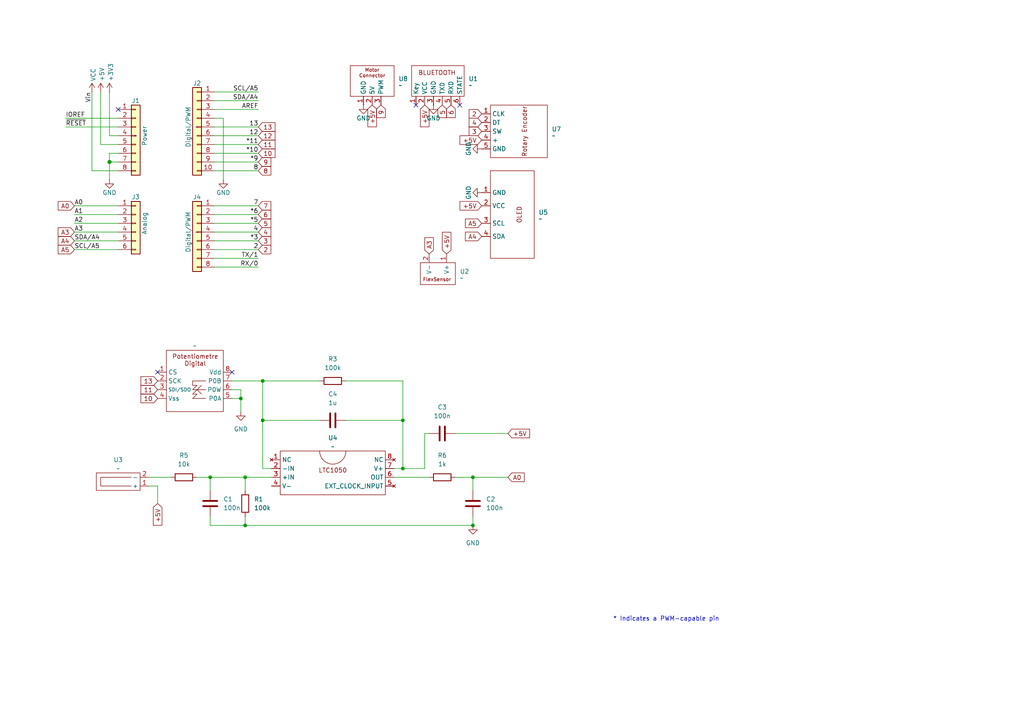
<source format=kicad_sch>
(kicad_sch (version 20250114) (generator "eeschema") (generator_version "9.0")
  (paper "A4")
  (title_block (date "mar. 31 mars 2015"))
  (lib_symbols
    (symbol "Connector_Generic:Conn_01x06" (pin_names (offset 1.016) (hide yes))
      (property "Reference" "J" (at 0 7.62 0))
      (property "Value" "Conn_01x06" (at 0 -10.16 0))
      (symbol "Conn_01x06_1_1"
        (rectangle (start -1.27 6.35) (end 1.27 -8.89) (stroke (width 0.254)) (fill (type background)))
        (rectangle (start -1.27 5.207) (end 0 4.953) (stroke (width 0.1524)))
        (rectangle (start -1.27 2.667) (end 0 2.413) (stroke (width 0.1524)))
        (rectangle (start -1.27 0.127) (end 0 -0.127) (stroke (width 0.1524)))
        (rectangle (start -1.27 -2.413) (end 0 -2.667) (stroke (width 0.1524)))
        (rectangle (start -1.27 -4.953) (end 0 -5.207) (stroke (width 0.1524)))
        (rectangle (start -1.27 -7.493) (end 0 -7.747) (stroke (width 0.1524)))
        (pin passive line (at -5.08 5.08 0) (length 3.81) (name "Pin_1") (number "1"))
        (pin passive line (at -5.08 2.54 0) (length 3.81) (name "Pin_2") (number "2"))
        (pin passive line (at -5.08 0 0) (length 3.81) (name "Pin_3") (number "3"))
        (pin passive line (at -5.08 -2.54 0) (length 3.81) (name "Pin_4") (number "4"))
        (pin passive line (at -5.08 -5.08 0) (length 3.81) (name "Pin_5") (number "5"))
        (pin passive line (at -5.08 -7.62 0) (length 3.81) (name "Pin_6") (number "6"))
      )
    )
    (symbol "Connector_Generic:Conn_01x08" (pin_names (offset 1.016) (hide yes))
      (property "Reference" "J" (at 0 10.16 0))
      (property "Value" "Conn_01x08" (at 0 -12.7 0))
      (symbol "Conn_01x08_1_1"
        (rectangle (start -1.27 8.89) (end 1.27 -11.43) (stroke (width 0.254)) (fill (type background)))
        (rectangle (start -1.27 7.747) (end 0 7.493) (stroke (width 0.1524)))
        (rectangle (start -1.27 5.207) (end 0 4.953) (stroke (width 0.1524)))
        (rectangle (start -1.27 2.667) (end 0 2.413) (stroke (width 0.1524)))
        (rectangle (start -1.27 0.127) (end 0 -0.127) (stroke (width 0.1524)))
        (rectangle (start -1.27 -2.413) (end 0 -2.667) (stroke (width 0.1524)))
        (rectangle (start -1.27 -4.953) (end 0 -5.207) (stroke (width 0.1524)))
        (rectangle (start -1.27 -7.493) (end 0 -7.747) (stroke (width 0.1524)))
        (rectangle (start -1.27 -10.033) (end 0 -10.287) (stroke (width 0.1524)))
        (pin passive line (at -5.08 7.62 0) (length 3.81) (name "Pin_1") (number "1"))
        (pin passive line (at -5.08 5.08 0) (length 3.81) (name "Pin_2") (number "2"))
        (pin passive line (at -5.08 2.54 0) (length 3.81) (name "Pin_3") (number "3"))
        (pin passive line (at -5.08 0 0) (length 3.81) (name "Pin_4") (number "4"))
        (pin passive line (at -5.08 -2.54 0) (length 3.81) (name "Pin_5") (number "5"))
        (pin passive line (at -5.08 -5.08 0) (length 3.81) (name "Pin_6") (number "6"))
        (pin passive line (at -5.08 -7.62 0) (length 3.81) (name "Pin_7") (number "7"))
        (pin passive line (at -5.08 -10.16 0) (length 3.81) (name "Pin_8") (number "8"))
      )
    )
    (symbol "Connector_Generic:Conn_01x10" (pin_names (offset 1.016) (hide yes))
      (property "Reference" "J" (at 0 12.7 0))
      (property "Value" "Conn_01x10" (at 0 -15.24 0))
      (symbol "Conn_01x10_1_1"
        (rectangle (start -1.27 11.43) (end 1.27 -13.97) (stroke (width 0.254)) (fill (type background)))
        (rectangle (start -1.27 10.287) (end 0 10.033) (stroke (width 0.1524)))
        (rectangle (start -1.27 7.747) (end 0 7.493) (stroke (width 0.1524)))
        (rectangle (start -1.27 5.207) (end 0 4.953) (stroke (width 0.1524)))
        (rectangle (start -1.27 2.667) (end 0 2.413) (stroke (width 0.1524)))
        (rectangle (start -1.27 0.127) (end 0 -0.127) (stroke (width 0.1524)))
        (rectangle (start -1.27 -2.413) (end 0 -2.667) (stroke (width 0.1524)))
        (rectangle (start -1.27 -4.953) (end 0 -5.207) (stroke (width 0.1524)))
        (rectangle (start -1.27 -7.493) (end 0 -7.747) (stroke (width 0.1524)))
        (rectangle (start -1.27 -10.033) (end 0 -10.287) (stroke (width 0.1524)))
        (rectangle (start -1.27 -12.573) (end 0 -12.827) (stroke (width 0.1524)))
        (pin passive line (at -5.08 10.16 0) (length 3.81) (name "Pin_1") (number "1"))
        (pin passive line (at -5.08 7.62 0) (length 3.81) (name "Pin_2") (number "2"))
        (pin passive line (at -5.08 5.08 0) (length 3.81) (name "Pin_3") (number "3"))
        (pin passive line (at -5.08 2.54 0) (length 3.81) (name "Pin_4") (number "4"))
        (pin passive line (at -5.08 0 0) (length 3.81) (name "Pin_5") (number "5"))
        (pin passive line (at -5.08 -2.54 0) (length 3.81) (name "Pin_6") (number "6"))
        (pin passive line (at -5.08 -5.08 0) (length 3.81) (name "Pin_7") (number "7"))
        (pin passive line (at -5.08 -7.62 0) (length 3.81) (name "Pin_8") (number "8"))
        (pin passive line (at -5.08 -10.16 0) (length 3.81) (name "Pin_9") (number "9"))
        (pin passive line (at -5.08 -12.7 0) (length 3.81) (name "Pin_10") (number "10"))
      )
    )
    (symbol "Device:C" (pin_numbers (hide yes)) (pin_names (offset 0.254))
      (property "Reference" "C" (at 0.635 2.54 0))
      (property "Value" "C" (at 0.635 -2.54 0))
      (symbol "C_0_1"
        (polyline (pts (xy -2.032 0.762) (xy 2.032 0.762)) (stroke (width 0.508)))
        (polyline (pts (xy -2.032 -0.762) (xy 2.032 -0.762)) (stroke (width 0.508)))
      )
      (symbol "C_1_1"
        (pin passive line (at 0 3.81 270) (length 2.794) (name "~") (number "1"))
        (pin passive line (at 0 -3.81 90) (length 2.794) (name "~") (number "2"))
      )
    )
    (symbol "Device:R" (pin_numbers (hide yes)) (pin_names (offset 0))
      (property "Reference" "R" (at 2.032 0 90))
      (property "Value" "R" (at 0 0 90))
      (symbol "R_0_1"
        (rectangle (start -1.016 -2.54) (end 1.016 2.54) (stroke (width 0.254)))
      )
      (symbol "R_1_1"
        (pin passive line (at 0 3.81 270) (length 1.27) (name "~") (number "1"))
        (pin passive line (at 0 -3.81 90) (length 1.27) (name "~") (number "2"))
      )
    )
    (symbol "Projet_Capteur_Librairie_Symbole:Symbole_Bluetooth"
      (property "Reference" "U" (at 0 11.43 0))
      (symbol "Symbole_Bluetooth_0_1"
        (rectangle (start -7.62 13.97) (end 7.62 5.08))
      )
      (symbol "Symbole_Bluetooth_1_1"
        (text "BLUETOOTH\n" (at -0.254 11.938 0) (effects (font (size 1.27 1.27))))
        (pin input line (at -6.35 2.54 90) (length 2.54) (name "Key") (number "1"))
        (pin input line (at -3.81 2.54 90) (length 2.54) (name "VCC") (number "2"))
        (pin input line (at -1.27 2.54 90) (length 2.54) (name "GND") (number "3"))
        (pin output line (at 1.27 2.54 90) (length 2.54) (name "TXD") (number "4"))
        (pin input line (at 3.81 2.54 90) (length 2.54) (name "RXD") (number "5"))
        (pin output line (at 6.35 2.54 90) (length 2.54) (name "STATE") (number "6"))
      )
    )
    (symbol "Projet_Capteur_Librairie_Symbole:Symbole_ConnectorMotor"
      (property "Reference" "U" (at 0 0 0))
      (symbol "Symbole_ConnectorMotor_0_1"
        (rectangle (start -6.35 8.89) (end 6.35 0))
      )
      (symbol "Symbole_ConnectorMotor_1_1"
        (text "Motor\nConnector" (at 0 6.858 0) (effects (font (size 1 1))))
        (pin input line (at -2.54 -2.54 90) (length 2.54) (name "GND") (number "1"))
        (pin input line (at 0 -2.54 90) (length 2.54) (name "5V") (number "2"))
        (pin input line (at 2.54 -2.54 90) (length 2.54) (name "PWM") (number "3"))
      )
    )
    (symbol "Projet_Capteur_Librairie_Symbole:Symbole_FlexSensor"
      (property "Reference" "U" (at 0 0 0))
      (symbol "Symbole_FlexSensor_0_1"
        (rectangle (start -5.08 8.89) (end 5.08 2.54))
      )
      (symbol "Symbole_FlexSensor_1_1"
        (text "FlexSensor" (at 0.254 7.366 0) (effects (font (size 1 1))))
        (pin input line (at -2.54 0 90) (length 2.54) (name "V+") (number "1"))
        (pin output line (at 2.54 0 90) (length 2.54) (name "V-") (number "2"))
      )
    )
    (symbol "Projet_Capteur_Librairie_Symbole:Symbole_Graphite_Sensor"
      (property "Reference" "U" (at 0 3.81 0))
      (symbol "Symbole_Graphite_Sensor_0_1"
        (rectangle (start -2.54 12.7) (end 2.54 0))
        (polyline (pts (xy -1.27 2.54) (xy -1.27 11.43) (xy 1.27 11.43) (xy 1.27 2.54)))
      )
      (symbol "Symbole_Graphite_Sensor_1_1"
        (pin input line (at -1.27 -2.54 90) (length 2.54) (name "+") (number "1"))
        (pin input line (at 1.27 -2.54 90) (length 2.54) (name "-") (number "2"))
      )
    )
    (symbol "Projet_Capteur_Librairie_Symbole:Symbole_LTC1050"
      (property "Reference" "U" (at 0 -2.794 0))
      (symbol "Symbole_LTC1050_0_1"
        (rectangle (start -15.24 5.08) (end 15.24 -7.62))
        (arc (start 3.81 5.08) (mid 0 1.27) (end -3.81 5.08))
      )
      (symbol "Symbole_LTC1050_1_1"
        (text "LTC1050" (at 0 -0.508 0) (effects (font (size 1.27 1.27))))
        (pin no_connect line (at -17.78 2.54 0) (length 2.54) (name "NC") (number "1"))
        (pin input line (at -17.78 0 0) (length 2.54) (name "-IN") (number "2"))
        (pin input line (at -17.78 -2.54 0) (length 2.54) (name "+IN") (number "3"))
        (pin input line (at -17.78 -5.08 0) (length 2.54) (name "V-") (number "4"))
        (pin no_connect line (at 17.78 2.54 180) (length 2.54) (name "NC") (number "8"))
        (pin input line (at 17.78 0 180) (length 2.54) (name "V+") (number "7"))
        (pin output line (at 17.78 -2.54 180) (length 2.54) (name "OUT") (number "6"))
        (pin no_connect line (at 17.78 -5.08 180) (length 2.54) (name "EXT_CLOCK_INPUT") (number "5"))
      )
    )
    (symbol "Projet_Capteur_Librairie_Symbole:Symbole_OLED"
      (property "Reference" "U" (at 0 5.08 0))
      (symbol "Symbole_OLED_0_1"
        (rectangle (start -12.7 12.7) (end 12.7 0))
      )
      (symbol "Symbole_OLED_1_1"
        (text "OLED" (at 0 8.382 0) (effects (font (size 1.27 1.27))))
        (pin input line (at -6.35 -2.54 90) (length 2.54) (name "GND") (number "1"))
        (pin input line (at -2.54 -2.54 90) (length 2.54) (name "VCC") (number "2"))
        (pin input line (at 2.54 -2.54 90) (length 2.54) (name "SCL") (number "3"))
        (pin input line (at 6.35 -2.54 90) (length 2.54) (name "SDA") (number "4"))
      )
    )
    (symbol "Projet_Capteur_Librairie_Symbole:Symbole_PotentiometreDigital"
      (symbol "Symbole_PotentiometreDigital_0_1"
        (rectangle (start -8.89 10.16) (end 7.62 -7.62))
        (polyline (pts (xy 2.54 1.27) (xy 0 1.27) (xy -1.27 1.27) (xy -1.27 0) (xy 0 0) (xy -1.27 -1.27) (xy 0 -1.27) (xy -1.27 -2.54) (xy 0 -2.54) (xy -1.27 -3.81) (xy 2.54 -3.81)))
        (polyline (pts (xy 2.54 -1.27) (xy 0 -1.27) (xy 1.27 0) (xy 0 -1.27) (xy 1.27 -2.54)))
      )
      (symbol "Symbole_PotentiometreDigital_1_1"
        (text "Potentiometre\nDigital" (at -0.508 7.366 0) (effects (font (size 1.27 1.27))))
        (pin bidirectional line (at -11.43 3.81 0) (length 2.54) (name "CS") (number "1"))
        (pin bidirectional line (at -11.43 1.27 0) (length 2.54) (name "SCK") (number "2"))
        (pin bidirectional line (at -11.43 -1.27 0) (length 2.54) (name "SDI/SDO") (number "3"))
        (pin bidirectional line (at -11.43 -3.81 0) (length 2.54) (name "Vss") (number "4"))
        (pin bidirectional line (at 10.16 3.81 180) (length 2.54) (name "Vdd") (number "8"))
        (pin bidirectional line (at 10.16 1.27 180) (length 2.54) (name "P0B") (number "7"))
        (pin bidirectional line (at 10.16 -1.27 180) (length 2.54) (name "P0W") (number "6"))
        (pin bidirectional line (at 10.16 -3.81 180) (length 2.54) (name "P0A") (number "5"))
      )
    )
    (symbol "Projet_Capteur_Librairie_Symbole:Symbole_RotaryEncoder"
      (property "Reference" "U" (at 0 12.446 0))
      (symbol "Symbole_RotaryEncoder_0_1"
        (rectangle (start -7.62 16.51) (end 7.62 0))
      )
      (symbol "Symbole_RotaryEncoder_1_1"
        (text "Rotary Encoder" (at 0 9.906 0) (effects (font (size 1.27 1.27))))
        (pin input line (at -5.08 -2.54 90) (length 2.54) (name "CLK") (number "1"))
        (pin input line (at -2.54 -2.54 90) (length 2.54) (name "DT") (number "2"))
        (pin input line (at 0 -2.54 90) (length 2.54) (name "SW") (number "3"))
        (pin input line (at 2.54 -2.54 90) (length 2.54) (name "+") (number "4"))
        (pin input line (at 5.08 -2.54 90) (length 2.54) (name "GND") (number "5"))
      )
    )
    (symbol "power:+3V3" (power) (pin_numbers (hide yes)) (pin_names (offset 0) (hide yes))
      (property "Value" "+3V3" (at 0 3.556 0))
      (symbol "+3V3_0_1"
        (polyline (pts (xy -0.762 1.27) (xy 0 2.54)))
        (polyline (pts (xy 0 2.54) (xy 0.762 1.27)))
        (polyline (pts (xy 0 0) (xy 0 2.54)))
      )
      (symbol "+3V3_1_1"
        (pin power_in line (at 0 0 90) (length 0) (name "~") (number "1"))
      )
    )
    (symbol "power:+5V" (power) (pin_numbers (hide yes)) (pin_names (offset 0) (hide yes))
      (property "Value" "+5V" (at 0 3.556 0))
      (symbol "+5V_0_1"
        (polyline (pts (xy -0.762 1.27) (xy 0 2.54)))
        (polyline (pts (xy 0 2.54) (xy 0.762 1.27)))
        (polyline (pts (xy 0 0) (xy 0 2.54)))
      )
      (symbol "+5V_1_1"
        (pin power_in line (at 0 0 90) (length 0) (name "~") (number "1"))
      )
    )
    (symbol "power:GND" (power) (pin_numbers (hide yes)) (pin_names (offset 0) (hide yes))
      (property "Value" "GND" (at 0 -3.81 0))
      (symbol "GND_0_1"
        (polyline (pts (xy 0 0) (xy 0 -1.27) (xy 1.27 -1.27) (xy 0 -2.54) (xy -1.27 -1.27) (xy 0 -1.27)))
      )
      (symbol "GND_1_1"
        (pin power_in line (at 0 0 270) (length 0) (name "~") (number "1"))
      )
    )
    (symbol "power:VCC" (power) (pin_numbers (hide yes)) (pin_names (offset 0) (hide yes))
      (property "Value" "VCC" (at 0 3.556 0))
      (symbol "VCC_0_1"
        (polyline (pts (xy -0.762 1.27) (xy 0 2.54)))
        (polyline (pts (xy 0 2.54) (xy 0.762 1.27)))
        (polyline (pts (xy 0 0) (xy 0 2.54)))
      )
      (symbol "VCC_1_1"
        (pin power_in line (at 0 0 90) (length 0) (name "~") (number "1"))
      )
    )
  )
  (text "* Indicates a PWM-capable pin" (at 177.8 180.34 0) (effects (font (size 1.27 1.27)) (justify left bottom)))
  (junction (at 69.85 115.57))
  (junction (at 116.84 121.92))
  (junction (at 31.75 46.99) (diameter 1.016))
  (junction (at 76.2 110.49))
  (junction (at 60.96 138.43))
  (junction (at 71.12 138.43))
  (junction (at 116.84 135.89))
  (junction (at 137.16 152.4))
  (junction (at 71.12 152.4))
  (junction (at 76.2 121.92))
  (junction (at 137.16 138.43))
  (no_connect (at 45.72 107.95))
  (no_connect (at 67.31 107.95))
  (no_connect (at 34.29 31.75))
  (no_connect (at 120.65 30.48))
  (no_connect (at 133.35 30.48))
  (wire (pts (xy 62.23 77.47) (xy 74.93 77.47)))
  (wire (pts (xy 116.84 110.49) (xy 116.84 121.92)))
  (wire (pts (xy 62.23 44.45) (xy 74.93 44.45)))
  (wire (pts (xy 116.84 135.89) (xy 123.19 135.89)))
  (wire (pts (xy 62.23 26.67) (xy 74.93 26.67)))
  (wire (pts (xy 67.31 113.03) (xy 69.85 113.03)))
  (wire (pts (xy 76.2 110.49) (xy 76.2 121.92)))
  (wire (pts (xy 31.75 44.45) (xy 31.75 46.99)))
  (wire (pts (xy 123.19 125.73) (xy 123.19 135.89)))
  (wire (pts (xy 21.59 72.39) (xy 34.29 72.39)))
  (wire (pts (xy 57.15 138.43) (xy 60.96 138.43)))
  (wire (pts (xy 43.18 138.43) (xy 49.53 138.43)))
  (wire (pts (xy 132.08 138.43) (xy 137.16 138.43)))
  (wire (pts (xy 31.75 46.99) (xy 31.75 52.07)))
  (wire (pts (xy 31.75 39.37) (xy 34.29 39.37)))
  (wire (pts (xy 29.21 41.91) (xy 34.29 41.91)))
  (wire (pts (xy 137.16 149.86) (xy 137.16 152.4)))
  (wire (pts (xy 29.21 26.67) (xy 29.21 41.91)))
  (wire (pts (xy 62.23 36.83) (xy 74.93 36.83)))
  (wire (pts (xy 114.3 138.43) (xy 124.46 138.43)))
  (wire (pts (xy 31.75 26.67) (xy 31.75 39.37)))
  (wire (pts (xy 62.23 59.69) (xy 74.93 59.69)))
  (wire (pts (xy 71.12 138.43) (xy 78.74 138.43)))
  (wire (pts (xy 78.74 135.89) (xy 76.2 135.89)))
  (wire (pts (xy 34.29 59.69) (xy 21.59 59.69)))
  (wire (pts (xy 67.31 110.49) (xy 76.2 110.49)))
  (wire (pts (xy 62.23 39.37) (xy 74.93 39.37)))
  (wire (pts (xy 132.08 125.73) (xy 147.32 125.73)))
  (wire (pts (xy 62.23 62.23) (xy 74.93 62.23)))
  (wire (pts (xy 62.23 46.99) (xy 74.93 46.99)))
  (wire (pts (xy 60.96 152.4) (xy 71.12 152.4)))
  (wire (pts (xy 62.23 67.31) (xy 74.93 67.31)))
  (wire (pts (xy 19.05 34.29) (xy 34.29 34.29)))
  (wire (pts (xy 116.84 121.92) (xy 116.84 135.89)))
  (wire (pts (xy 100.33 110.49) (xy 116.84 110.49)))
  (wire (pts (xy 64.77 34.29) (xy 64.77 52.07)))
  (wire (pts (xy 100.33 121.92) (xy 116.84 121.92)))
  (wire (pts (xy 62.23 31.75) (xy 74.93 31.75)))
  (wire (pts (xy 45.72 140.97) (xy 45.72 146.05)))
  (wire (pts (xy 43.18 140.97) (xy 45.72 140.97)))
  (wire (pts (xy 60.96 149.86) (xy 60.96 152.4)))
  (wire (pts (xy 114.3 135.89) (xy 116.84 135.89)))
  (wire (pts (xy 34.29 64.77) (xy 21.59 64.77)))
  (wire (pts (xy 19.05 36.83) (xy 34.29 36.83)))
  (wire (pts (xy 34.29 46.99) (xy 31.75 46.99)))
  (wire (pts (xy 60.96 138.43) (xy 71.12 138.43)))
  (wire (pts (xy 71.12 149.86) (xy 71.12 152.4)))
  (wire (pts (xy 124.46 125.73) (xy 123.19 125.73)))
  (wire (pts (xy 71.12 152.4) (xy 137.16 152.4)))
  (wire (pts (xy 34.29 49.53) (xy 26.67 49.53)))
  (wire (pts (xy 21.59 62.23) (xy 34.29 62.23)))
  (wire (pts (xy 67.31 115.57) (xy 69.85 115.57)))
  (wire (pts (xy 62.23 34.29) (xy 64.77 34.29)))
  (wire (pts (xy 137.16 138.43) (xy 147.32 138.43)))
  (wire (pts (xy 34.29 44.45) (xy 31.75 44.45)))
  (wire (pts (xy 62.23 41.91) (xy 74.93 41.91)))
  (wire (pts (xy 69.85 113.03) (xy 69.85 115.57)))
  (wire (pts (xy 60.96 138.43) (xy 60.96 142.24)))
  (wire (pts (xy 62.23 64.77) (xy 74.93 64.77)))
  (wire (pts (xy 71.12 138.43) (xy 71.12 142.24)))
  (wire (pts (xy 21.59 67.31) (xy 34.29 67.31)))
  (wire (pts (xy 137.16 138.43) (xy 137.16 142.24)))
  (wire (pts (xy 69.85 115.57) (xy 69.85 119.38)))
  (wire (pts (xy 76.2 121.92) (xy 92.71 121.92)))
  (wire (pts (xy 62.23 29.21) (xy 74.93 29.21)))
  (wire (pts (xy 76.2 135.89) (xy 76.2 121.92)))
  (wire (pts (xy 62.23 72.39) (xy 74.93 72.39)))
  (wire (pts (xy 62.23 69.85) (xy 74.93 69.85)))
  (wire (pts (xy 92.71 110.49) (xy 76.2 110.49)))
  (wire (pts (xy 62.23 74.93) (xy 74.93 74.93)))
  (wire (pts (xy 26.67 49.53) (xy 26.67 26.67)))
  (wire (pts (xy 34.29 69.85) (xy 21.59 69.85)))
  (wire (pts (xy 62.23 49.53) (xy 74.93 49.53)))
  (label "RX{slash}0" (at 74.93 77.47 180))
  (label "A2" (at 21.59 64.77 0))
  (label "4" (at 74.93 67.31 180))
  (label "2" (at 74.93 72.39 180))
  (label "A3" (at 21.59 67.31 0))
  (label "13" (at 74.93 36.83 180))
  (label "12" (at 74.93 39.37 180))
  (label "~{RESET}" (at 19.05 36.83 0))
  (label "*10" (at 74.93 44.45 180))
  (label "7" (at 74.93 59.69 180))
  (label "SDA{slash}A4" (at 74.93 29.21 180))
  (label "8" (at 74.93 49.53 180))
  (label "*11" (at 74.93 41.91 180))
  (label "*3" (at 74.93 69.85 180))
  (label "A1" (at 21.59 62.23 0))
  (label "TX{slash}1" (at 74.93 74.93 180))
  (label "A0" (at 21.59 59.69 0))
  (label "AREF" (at 74.93 31.75 180))
  (label "Vin" (at 26.67 26.67 270))
  (label "*6" (at 74.93 62.23 180))
  (label "SCL{slash}A5" (at 74.93 26.67 180))
  (label "*9" (at 74.93 46.99 180))
  (label "*5" (at 74.93 64.77 180))
  (label "IOREF" (at 19.05 34.29 0))
  (label "SDA{slash}A4" (at 21.59 69.85 0))
  (label "SCL{slash}A5" (at 21.59 72.39 0))
  (global_label "6" (shape input) (at 74.93 62.23 0) (property "Intersheetrefs" "${INTERSHEET_REFS}" (effects (hide yes))))
  (global_label "9" (shape input) (at 110.49 30.48 270) (property "Intersheetrefs" "${INTERSHEET_REFS}" (effects (hide yes))))
  (global_label "A0" (shape input) (at 21.59 59.69 180) (property "Intersheetrefs" "${INTERSHEET_REFS}" (effects (hide yes))))
  (global_label "+5V" (shape input) (at 45.72 146.05 270) (property "Intersheetrefs" "${INTERSHEET_REFS}" (effects (hide yes))))
  (global_label "11" (shape input) (at 74.93 41.91 0) (property "Intersheetrefs" "${INTERSHEET_REFS}" (effects (hide yes))))
  (global_label "4" (shape input) (at 74.93 67.31 0) (property "Intersheetrefs" "${INTERSHEET_REFS}" (effects (hide yes))))
  (global_label "9" (shape input) (at 74.93 46.99 0) (property "Intersheetrefs" "${INTERSHEET_REFS}" (effects (hide yes))))
  (global_label "2" (shape input) (at 139.7 33.02 180) (property "Intersheetrefs" "${INTERSHEET_REFS}" (effects (hide yes))))
  (global_label "11" (shape input) (at 45.72 113.03 180) (property "Intersheetrefs" "${INTERSHEET_REFS}" (effects (hide yes))))
  (global_label "13" (shape input) (at 45.72 110.49 180) (property "Intersheetrefs" "${INTERSHEET_REFS}" (effects (hide yes))))
  (global_label "+5V" (shape input) (at 139.7 40.64 180) (property "Intersheetrefs" "${INTERSHEET_REFS}" (effects (hide yes))))
  (global_label "5" (shape input) (at 74.93 64.77 0) (property "Intersheetrefs" "${INTERSHEET_REFS}" (effects (hide yes))))
  (global_label "8" (shape input) (at 74.93 49.53 0) (property "Intersheetrefs" "${INTERSHEET_REFS}" (effects (hide yes))))
  (global_label "+5V" (shape input) (at 123.19 30.48 270) (property "Intersheetrefs" "${INTERSHEET_REFS}" (effects (hide yes))))
  (global_label "5" (shape input) (at 128.27 30.48 270) (property "Intersheetrefs" "${INTERSHEET_REFS}" (effects (hide yes))))
  (global_label "A3" (shape input) (at 21.59 67.31 180) (property "Intersheetrefs" "${INTERSHEET_REFS}" (effects (hide yes))))
  (global_label "12" (shape input) (at 74.93 39.37 0) (property "Intersheetrefs" "${INTERSHEET_REFS}" (effects (hide yes))))
  (global_label "A5" (shape input) (at 21.59 72.39 180) (property "Intersheetrefs" "${INTERSHEET_REFS}" (effects (hide yes))))
  (global_label "+5V" (shape input) (at 139.7 59.69 180) (property "Intersheetrefs" "${INTERSHEET_REFS}" (effects (hide yes))))
  (global_label "13" (shape input) (at 74.93 36.83 0) (property "Intersheetrefs" "${INTERSHEET_REFS}" (effects (hide yes))))
  (global_label "+5V" (shape input) (at 129.54 73.66 90) (property "Intersheetrefs" "${INTERSHEET_REFS}" (effects (hide yes))))
  (global_label "A5" (shape input) (at 139.7 64.77 180) (property "Intersheetrefs" "${INTERSHEET_REFS}" (effects (hide yes))))
  (global_label "7" (shape input) (at 74.93 59.69 0) (property "Intersheetrefs" "${INTERSHEET_REFS}" (effects (hide yes))))
  (global_label "A3" (shape input) (at 124.46 73.66 90) (property "Intersheetrefs" "${INTERSHEET_REFS}" (effects (hide yes))))
  (global_label "2" (shape input) (at 74.93 72.39 0) (property "Intersheetrefs" "${INTERSHEET_REFS}" (effects (hide yes))))
  (global_label "4" (shape input) (at 139.7 35.56 180) (property "Intersheetrefs" "${INTERSHEET_REFS}" (effects (hide yes))))
  (global_label "A4" (shape input) (at 139.7 68.58 180) (property "Intersheetrefs" "${INTERSHEET_REFS}" (effects (hide yes))))
  (global_label "10" (shape input) (at 45.72 115.57 180) (property "Intersheetrefs" "${INTERSHEET_REFS}" (effects (hide yes))))
  (global_label "3" (shape input) (at 74.93 69.85 0) (property "Intersheetrefs" "${INTERSHEET_REFS}" (effects (hide yes))))
  (global_label "3" (shape input) (at 139.7 38.1 180) (property "Intersheetrefs" "${INTERSHEET_REFS}" (effects (hide yes))))
  (global_label "6" (shape input) (at 130.81 30.48 270) (property "Intersheetrefs" "${INTERSHEET_REFS}" (effects (hide yes))))
  (global_label "+5V" (shape input) (at 107.95 30.48 270) (property "Intersheetrefs" "${INTERSHEET_REFS}" (effects (hide yes))))
  (global_label "+5V" (shape input) (at 147.32 125.73 0) (property "Intersheetrefs" "${INTERSHEET_REFS}" (effects (hide yes))))
  (global_label "10" (shape input) (at 74.93 44.45 0) (property "Intersheetrefs" "${INTERSHEET_REFS}" (effects (hide yes))))
  (global_label "A0" (shape input) (at 147.32 138.43 0) (property "Intersheetrefs" "${INTERSHEET_REFS}" (effects (hide yes))))
  (global_label "A4" (shape input) (at 21.59 69.85 180) (property "Intersheetrefs" "${INTERSHEET_REFS}" (effects (hide yes))))
  (symbol (lib_id "Connector_Generic:Conn_01x08") (at 39.37 39.37 0) (unit 1)
    (property "Reference" "J1" (at 39.37 29.21 0))
    (property "Value" "Power" (at 41.91 39.37 90))
    (property "Footprint" "Connector_PinSocket_2.54mm:PinSocket_1x08_P2.54mm_Vertical" (effects (hide yes)))
    (property "Datasheet" "~" (at 39.37 39.37 0))
    (property "Description" "Generic connector, single row, 01x08, script generated (kicad-library-utils/schlib/autogen/connector/)" (effects (hide yes)))
  )
  (symbol (lib_id "power:+3V3") (at 31.75 26.67 0) (unit 1)
    (property "Reference" "#PWR03" (effects (hide yes)))
    (property "Value" "+3V3" (at 32.131 23.622 90) (effects (justify left)))
    (property "Description" "Power symbol creates a global label with name \"+3V3\"" (effects (hide yes)))
  )
  (symbol (lib_id "power:+5V") (at 29.21 26.67 0) (unit 1)
    (property "Reference" "#PWR02" (effects (hide yes)))
    (property "Value" "+5V" (at 29.5656 23.622 90) (effects (justify left)))
    (property "Description" "Power symbol creates a global label with name \"+5V\"" (effects (hide yes)))
  )
  (symbol (lib_id "power:GND") (at 31.75 52.07 0) (unit 1)
    (property "Reference" "#PWR04" (effects (hide yes)))
    (property "Value" "GND" (at 31.75 55.88 0))
    (property "Description" "Power symbol creates a global label with name \"GND\" , ground" (effects (hide yes)))
  )
  (symbol (lib_id "Connector_Generic:Conn_01x10") (at 57.15 36.83 0) (mirror y) (unit 1)
    (property "Reference" "J2" (at 57.15 24.13 0))
    (property "Value" "Digital/PWM" (at 54.61 36.83 90))
    (property "Footprint" "Connector_PinSocket_2.54mm:PinSocket_1x10_P2.54mm_Vertical" (effects (hide yes)))
    (property "Datasheet" "~" (at 57.15 36.83 0))
    (property "Description" "Generic connector, single row, 01x10, script generated (kicad-library-utils/schlib/autogen/connector/)" (effects (hide yes)))
  )
  (symbol (lib_id "power:GND") (at 64.77 52.07 0) (unit 1)
    (property "Reference" "#PWR05" (effects (hide yes)))
    (property "Value" "GND" (at 64.77 55.88 0))
    (property "Description" "Power symbol creates a global label with name \"GND\" , ground" (effects (hide yes)))
  )
  (symbol (lib_id "Connector_Generic:Conn_01x06") (at 39.37 64.77 0) (unit 1)
    (property "Reference" "J3" (at 39.37 57.15 0))
    (property "Value" "Analog" (at 41.91 64.77 90))
    (property "Footprint" "Connector_PinSocket_2.54mm:PinSocket_1x06_P2.54mm_Vertical" (effects (hide yes)))
    (property "Description" "Generic connector, single row, 01x06, script generated (kicad-library-utils/schlib/autogen/connector/)" (effects (hide yes)))
  )
  (symbol (lib_id "Connector_Generic:Conn_01x08") (at 57.15 67.31 0) (mirror y) (unit 1)
    (property "Reference" "J4" (at 57.15 57.15 0))
    (property "Value" "Digital/PWM" (at 54.61 67.31 90))
    (property "Footprint" "Connector_PinSocket_2.54mm:PinSocket_1x08_P2.54mm_Vertical" (effects (hide yes)))
    (property "Datasheet" "~" (at 57.15 67.31 0))
    (property "Description" "Generic connector, single row, 01x08, script generated (kicad-library-utils/schlib/autogen/connector/)" (effects (hide yes)))
  )
  (symbol (lib_id "Projet_Capteur_Librairie_Symbole:Symbole_Graphite_Sensor") (at 40.64 139.7 90) (unit 1)
    (property "Reference" "U3" (at 34.29 133.35 90))
    (property "Value" "~" (at 34.29 135.89 90))
    (property "Footprint" "Projet_Capteur_Librairie_Empreintes:Empreinte_GraphiteSensor" (effects (hide yes)))
  )
  (symbol (lib_id "power:GND") (at 69.85 119.38 0) (unit 1)
    (property "Reference" "#PWR07" (effects (hide yes)))
    (property "Value" "GND" (at 69.85 124.46 0))
    (property "Description" "Power symbol creates a global label with name \"GND\" , ground" (effects (hide yes)))
  )
  (symbol (lib_id "Device:R") (at 53.34 138.43 90) (unit 1)
    (property "Reference" "R5" (at 53.34 132.08 90))
    (property "Value" "10k" (at 53.34 134.62 90))
    (property "Footprint" "Resistor_THT:R_Axial_DIN0204_L3.6mm_D1.6mm_P2.54mm_Vertical" (effects (hide yes)))
    (property "Description" "Resistor" (effects (hide yes)))
  )
  (symbol (lib_id "Projet_Capteur_Librairie_Symbole:Symbole_PotentiometreDigital") (at 57.15 111.76 0) (unit 1)
    (property "Reference" "U6" (effects (hide yes)))
    (property "Value" "~" (at 56.515 100.33 0))
    (property "Footprint" "Projet_Capteur_Librairie_Empreintes:Empreinte_PotentiometreDigital" (effects (hide yes)))
  )
  (symbol (lib_id "Device:C") (at 137.16 146.05 180) (unit 1)
    (property "Reference" "C2" (at 140.97 144.7799 0) (effects (justify right)))
    (property "Value" "100n" (at 140.97 147.3199 0) (effects (justify right)))
    (property "Footprint" "Capacitor_THT:CP_Axial_L10.0mm_D4.5mm_P15.00mm_Horizontal" (effects (hide yes)))
    (property "Description" "Unpolarized capacitor" (effects (hide yes)))
  )
  (symbol (lib_id "Device:R") (at 128.27 138.43 90) (unit 1)
    (property "Reference" "R6" (at 128.27 132.08 90))
    (property "Value" "1k" (at 128.27 134.62 90))
    (property "Footprint" "Resistor_THT:R_Axial_DIN0204_L3.6mm_D1.6mm_P2.54mm_Vertical" (effects (hide yes)))
    (property "Description" "Resistor" (effects (hide yes)))
  )
  (symbol (lib_id "power:VCC") (at 26.67 26.67 0) (unit 1)
    (property "Reference" "#PWR01" (effects (hide yes)))
    (property "Value" "VCC" (at 27.051 23.622 90) (effects (justify left)))
    (property "Description" "Power symbol creates a global label with name \"VCC\"" (effects (hide yes)))
  )
  (symbol (lib_id "power:GND") (at 139.7 43.18 270) (unit 1)
    (property "Reference" "#PWR010" (effects (hide yes)))
    (property "Value" "GND" (at 135.89 43.18 0))
    (property "Description" "Power symbol creates a global label with name \"GND\" , ground" (effects (hide yes)))
  )
  (symbol (lib_id "Projet_Capteur_Librairie_Symbole:Symbole_ConnectorMotor") (at 107.95 27.94 0) (unit 1)
    (property "Reference" "U8" (at 115.57 22.8599 0) (effects (justify left)))
    (property "Value" "~" (at 115.57 24.765 0) (effects (justify left)))
    (property "Footprint" "Projet_Capteur_Librairie_Empreintes:Empreinte_ConnecteurMoteur" (effects (hide yes)))
  )
  (symbol (lib_id "Device:C") (at 60.96 146.05 180) (unit 1)
    (property "Reference" "C1" (at 64.77 144.7799 0) (effects (justify right)))
    (property "Value" "100n" (at 64.77 147.3199 0) (effects (justify right)))
    (property "Footprint" "Capacitor_THT:CP_Axial_L10.0mm_D4.5mm_P15.00mm_Horizontal" (effects (hide yes)))
    (property "Description" "Unpolarized capacitor" (effects (hide yes)))
  )
  (symbol (lib_id "Projet_Capteur_Librairie_Symbole:Symbole_Bluetooth") (at 127 33.02 0) (unit 1)
    (property "Reference" "U1" (at 135.89 22.8599 0) (effects (justify left)))
    (property "Value" "~" (at 135.89 24.765 0) (effects (justify left)))
    (property "Footprint" "Projet_Capteur_Librairie_Empreintes:Empreinte_Bluetooth" (effects (hide yes)))
  )
  (symbol (lib_id "Device:C") (at 128.27 125.73 270) (unit 1)
    (property "Reference" "C3" (at 128.27 118.11 90))
    (property "Value" "100n" (at 128.27 120.65 90))
    (property "Footprint" "Capacitor_THT:CP_Axial_L10.0mm_D4.5mm_P15.00mm_Horizontal" (effects (hide yes)))
    (property "Description" "Unpolarized capacitor" (effects (hide yes)))
  )
  (symbol (lib_id "power:GND") (at 105.41 30.48 0) (unit 1)
    (property "Reference" "#PWR08" (effects (hide yes)))
    (property "Value" "GND" (at 105.41 34.29 0))
    (property "Description" "Power symbol creates a global label with name \"GND\" , ground" (effects (hide yes)))
  )
  (symbol (lib_id "Projet_Capteur_Librairie_Symbole:Symbole_OLED") (at 142.24 62.23 270) (unit 1)
    (property "Reference" "U5" (at 156.21 61.5949 90) (effects (justify left)))
    (property "Value" "~" (at 156.21 63.5 90) (effects (justify left)))
    (property "Footprint" "Projet_Capteur_Librairie_Empreintes:Empreinte_OLED" (effects (hide yes)))
  )
  (symbol (lib_id "Projet_Capteur_Librairie_Symbole:Symbole_RotaryEncoder") (at 142.24 38.1 270) (unit 1)
    (property "Reference" "U7" (at 160.02 37.4649 90) (effects (justify left)))
    (property "Value" "~" (at 160.02 39.37 90) (effects (justify left)))
    (property "Footprint" "Projet_Capteur_Librairie_Empreintes:Empreinte_Rotary_Encoder" (effects (hide yes)))
  )
  (symbol (lib_id "power:GND") (at 139.7 55.88 270) (unit 1)
    (property "Reference" "#PWR011" (effects (hide yes)))
    (property "Value" "GND" (at 135.89 55.88 0))
    (property "Description" "Power symbol creates a global label with name \"GND\" , ground" (effects (hide yes)))
  )
  (symbol (lib_id "Device:R") (at 71.12 146.05 0) (unit 1)
    (property "Reference" "R1" (at 73.66 144.7799 0) (effects (justify left)))
    (property "Value" "100k" (at 73.66 147.3199 0) (effects (justify left)))
    (property "Footprint" "Resistor_THT:R_Axial_DIN0204_L3.6mm_D1.6mm_P2.54mm_Vertical" (effects (hide yes)))
    (property "Description" "Resistor" (effects (hide yes)))
  )
  (symbol (lib_id "Projet_Capteur_Librairie_Symbole:Symbole_FlexSensor") (at 127 73.66 180) (unit 1)
    (property "Reference" "U2" (at 133.35 78.7399 0) (effects (justify right)))
    (property "Value" "~" (at 133.35 80.645 0) (effects (justify right)))
    (property "Footprint" "Projet_Capteur_Librairie_Empreintes:Empreinte_FlexSensor" (effects (hide yes)))
  )
  (symbol (lib_id "power:GND") (at 137.16 152.4 0) (unit 1)
    (property "Reference" "#PWR06" (effects (hide yes)))
    (property "Value" "GND" (at 137.16 157.48 0))
    (property "Description" "Power symbol creates a global label with name \"GND\" , ground" (effects (hide yes)))
  )
  (symbol (lib_id "Projet_Capteur_Librairie_Symbole:Symbole_LTC1050") (at 96.52 135.89 0) (unit 1)
    (property "Reference" "U4" (at 96.52 127 0))
    (property "Value" "~" (at 96.52 129.54 0))
    (property "Footprint" "Package_DIP:CERDIP-8_W7.62mm_SideBrazed_LongPads" (effects (hide yes)))
  )
  (symbol (lib_id "Device:R") (at 96.52 110.49 90) (unit 1)
    (property "Reference" "R3" (at 96.52 104.14 90))
    (property "Value" "100k" (at 96.52 106.68 90))
    (property "Footprint" "Resistor_THT:R_Axial_DIN0204_L3.6mm_D1.6mm_P2.54mm_Vertical" (effects (hide yes)))
    (property "Description" "Resistor" (effects (hide yes)))
  )
  (symbol (lib_id "power:GND") (at 125.73 30.48 0) (unit 1)
    (property "Reference" "#PWR09" (effects (hide yes)))
    (property "Value" "GND" (at 125.73 34.29 0))
    (property "Description" "Power symbol creates a global label with name \"GND\" , ground" (effects (hide yes)))
  )
  (symbol (lib_id "Device:C") (at 96.52 121.92 270) (unit 1)
    (property "Reference" "C4" (at 96.52 114.3 90))
    (property "Value" "1u" (at 96.52 116.84 90))
    (property "Footprint" "Capacitor_THT:CP_Axial_L10.0mm_D4.5mm_P15.00mm_Horizontal" (effects (hide yes)))
    (property "Description" "Unpolarized capacitor" (effects (hide yes)))
  )
)
</source>
